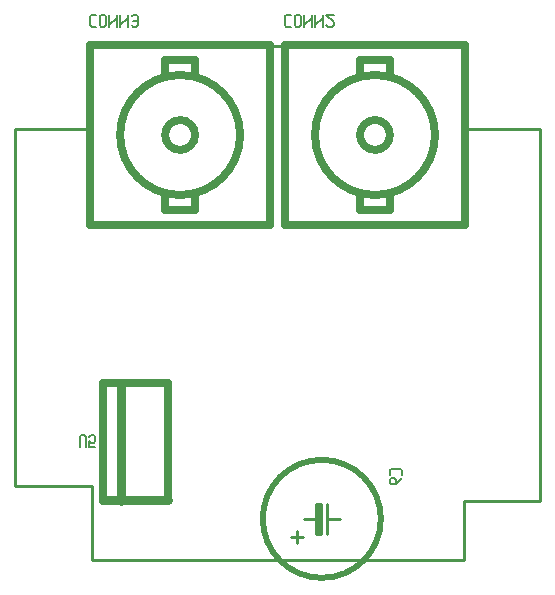
<source format=gbr>
G04 start of page 11 for group -4078 idx -4078 *
G04 Title: PD-ac, bottomsilk *
G04 Creator: pcb 1.99x *
G04 CreationDate: Fri 09 Jan 2009 03:59:07 PM GMT UTC *
G04 For: kmk *
G04 Format: Gerber/RS-274X *
G04 PCB-Dimensions: 275591 314961 *
G04 PCB-Coordinate-Origin: lower left *
%MOIN*%
%FSLAX24Y24*%
%LNBACKSILK*%
%ADD13C,0.0250*%
%ADD14C,0.0150*%
%ADD33C,0.0060*%
%ADD38C,0.0100*%
%ADD58C,0.0197*%
%ADD59C,0.0289*%
G54D14*X20077Y21257D02*Y18503D01*
G54D38*X5122Y18507D02*X7576D01*
X7580Y21259D02*X20079D01*
X7576Y18507D02*Y21262D01*
G54D14*X20079Y21259D02*X20077Y21257D01*
G54D38*X20079Y6101D02*Y4133D01*
X20079Y4133D02*X7677D01*
X22638Y18501D02*Y6101D01*
X20079D01*
G54D14*X20077Y18503D02*X20081Y18507D01*
G54D38*X7677Y4133D02*Y6593D01*
X7676Y6594D02*X5117D01*
X5118Y6596D02*Y18503D01*
G54D14*X7576Y21262D02*X7580Y21259D01*
G54D38*X20081Y18507D02*X22632D01*
X14327Y4911D02*X14727D01*
X15314Y5011D02*Y6011D01*
X14527Y4711D02*Y5111D01*
X15163Y6011D02*X15321D01*
X15163Y5011D02*X15321D01*
X15221D02*Y6011D01*
X15521Y5511D02*X15944D01*
X15163Y5011D02*Y6011D01*
X15221Y5511D02*X15321D01*
X15521Y5011D02*Y6011D01*
X15321Y5011D02*Y6011D01*
X14763Y5511D02*X15236D01*
G54D58*X13385Y5512D02*G75*G03X13385Y5512I1968J0D01*G01*
G54D59*X8066Y6125D02*X10211D01*
G54D13*X8066Y10042D02*X10231D01*
X8070Y10055D02*Y6118D01*
X10236Y10055D02*Y6118D01*
G54D59*X8656Y10042D02*Y6105D01*
G54D13*X7629Y21307D02*X13629D01*
Y15307D01*
X7629D01*
Y21307D01*
X11129Y20807D02*Y20307D01*
X10129Y16307D02*Y15807D01*
X11129D01*
Y16307D01*
X10129Y20307D02*Y20807D01*
X11129D01*
X10129Y18307D02*G75*G03X10629Y17807I500J0D01*G01*
Y18807D02*G75*G03X10129Y18307I0J-500D01*G01*
X11129Y18307D02*G75*G03X10629Y18807I-500J0D01*G01*
X10630Y17807D02*G75*G03X11129Y18307I0J499D01*G01*
X8629Y18307D02*G75*G03X10629Y16307I2000J0D01*G01*
X10629D02*G75*G03X12629Y18307I0J2000D01*G01*
Y18307D02*G75*G03X10630Y20307I-1999J0D01*G01*
X10629D02*G75*G03X8629Y18307I0J-2000D01*G01*
X14126Y21307D02*X20126D01*
Y15307D01*
X14126D01*
Y21307D01*
X17626Y20807D02*Y20307D01*
X16626Y16307D02*Y15807D01*
X17626D01*
Y16307D01*
X16626Y20307D02*Y20807D01*
X17626D01*
X16626Y18307D02*G75*G03X17126Y17807I500J0D01*G01*
Y18807D02*G75*G03X16626Y18307I0J-500D01*G01*
X17626Y18307D02*G75*G03X17125Y18807I-500J0D01*G01*
X17126Y17807D02*G75*G03X17626Y18307I0J499D01*G01*
X15125Y18307D02*G75*G03X17125Y16307I2000J0D01*G01*
X17125D02*G75*G03X19126Y18307I0J2000D01*G01*
Y18307D02*G75*G03X17126Y20307I-1999J0D01*G01*
X17126D02*G75*G03X15126Y18307I0J-2000D01*G01*
G54D33*X7283Y7905D02*Y8255D01*
X7333Y8305D01*
X7433D01*
X7483Y8255D01*
Y7905D02*Y8255D01*
X7603Y7905D02*X7803D01*
X7603D02*Y8105D01*
X7653Y8055D01*
X7753D01*
X7803Y8105D01*
Y8255D01*
X7753Y8305D02*X7803Y8255D01*
X7653Y8305D02*X7753D01*
X7603Y8255D02*X7653Y8305D01*
X14176Y22307D02*X14326D01*
X14126Y22257D02*X14176Y22307D01*
X14126Y21957D02*Y22257D01*
Y21957D02*X14176Y21907D01*
X14326D01*
X14446Y21957D02*Y22257D01*
Y21957D02*X14496Y21907D01*
X14596D01*
X14646Y21957D01*
Y22257D01*
X14596Y22307D02*X14646Y22257D01*
X14496Y22307D02*X14596D01*
X14446Y22257D02*X14496Y22307D01*
X14766Y21907D02*Y22307D01*
Y21907D02*Y21957D01*
X15016Y22207D01*
Y21907D02*Y22307D01*
X15136Y21907D02*Y22307D01*
Y21907D02*Y21957D01*
X15386Y22207D01*
Y21907D02*Y22307D01*
X15506Y21957D02*X15556Y21907D01*
X15706D01*
X15756Y21957D01*
Y22057D01*
X15506Y22307D02*X15756Y22057D01*
X15506Y22307D02*X15756D01*
X7679D02*X7829D01*
X7629Y22257D02*X7679Y22307D01*
X7629Y21957D02*Y22257D01*
Y21957D02*X7679Y21907D01*
X7829D01*
X7950Y21957D02*Y22257D01*
Y21957D02*X8000Y21907D01*
X8100D01*
X8150Y21957D01*
Y22257D01*
X8100Y22307D02*X8150Y22257D01*
X8000Y22307D02*X8100D01*
X7950Y22257D02*X8000Y22307D01*
X8270Y21907D02*Y22307D01*
Y21907D02*Y21957D01*
X8520Y22207D01*
Y21907D02*Y22307D01*
X8640Y21907D02*Y22307D01*
Y21907D02*Y21957D01*
X8890Y22207D01*
Y21907D02*Y22307D01*
X9010Y21957D02*X9060Y21907D01*
X9160D01*
X9210Y21957D01*
Y22257D01*
X9160Y22307D02*X9210Y22257D01*
X9060Y22307D02*X9160D01*
X9010Y22257D02*X9060Y22307D01*
Y22107D02*X9210D01*
X18019Y6985D02*Y7135D01*
X17969Y7185D02*X18019Y7135D01*
X17669Y7185D02*X17969D01*
X17669D02*X17619Y7135D01*
Y6985D02*Y7135D01*
X18019Y6865D02*X17819Y6665D01*
X17669D02*X17819D01*
X17619Y6715D02*X17669Y6665D01*
X17619Y6715D02*Y6815D01*
X17669Y6865D02*X17619Y6815D01*
X17669Y6865D02*X17769D01*
X17819Y6815D01*
Y6665D02*Y6815D01*
M02*

</source>
